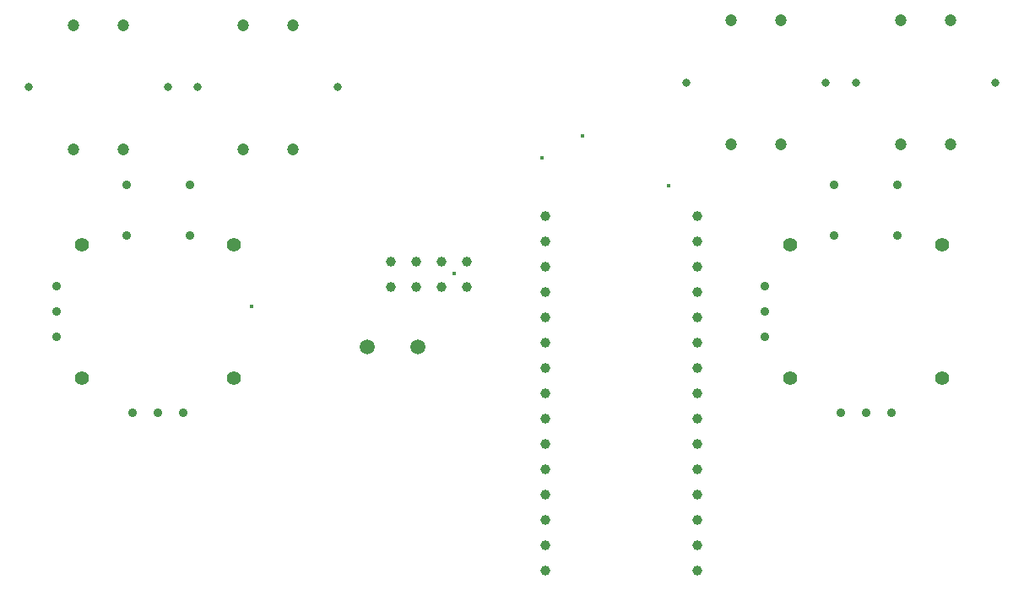
<source format=gbr>
%TF.GenerationSoftware,KiCad,Pcbnew,(6.0.9)*%
%TF.CreationDate,2023-02-05T16:32:43+11:00*%
%TF.ProjectId,RemoteController001,52656d6f-7465-4436-9f6e-74726f6c6c65,rev?*%
%TF.SameCoordinates,Original*%
%TF.FileFunction,Plated,1,2,PTH,Drill*%
%TF.FilePolarity,Positive*%
%FSLAX46Y46*%
G04 Gerber Fmt 4.6, Leading zero omitted, Abs format (unit mm)*
G04 Created by KiCad (PCBNEW (6.0.9)) date 2023-02-05 16:32:43*
%MOMM*%
%LPD*%
G01*
G04 APERTURE LIST*
%TA.AperFunction,ViaDrill*%
%ADD10C,0.400000*%
%TD*%
%TA.AperFunction,ComponentDrill*%
%ADD11C,0.800000*%
%TD*%
%TA.AperFunction,ComponentDrill*%
%ADD12C,0.889000*%
%TD*%
%TA.AperFunction,ComponentDrill*%
%ADD13C,0.900000*%
%TD*%
%TA.AperFunction,ComponentDrill*%
%ADD14C,1.000000*%
%TD*%
%TA.AperFunction,ComponentDrill*%
%ADD15C,1.200000*%
%TD*%
%TA.AperFunction,ComponentDrill*%
%ADD16C,1.397000*%
%TD*%
%TA.AperFunction,ComponentDrill*%
%ADD17C,1.520000*%
%TD*%
G04 APERTURE END LIST*
D10*
X135414379Y-100985620D03*
X155700000Y-97700000D03*
X164500000Y-86100000D03*
X168600000Y-83900000D03*
X177200000Y-88900000D03*
D11*
%TO.C,S4*%
X113000000Y-79000000D03*
X127000000Y-79000000D03*
%TO.C,S3*%
X130000000Y-79000000D03*
X144000000Y-79000000D03*
%TO.C,S2*%
X179000000Y-78500000D03*
X193000000Y-78500000D03*
%TO.C,S1*%
X196000000Y-78500000D03*
X210000000Y-78500000D03*
D12*
%TO.C,U2*%
X115840000Y-98960000D03*
X115840000Y-101500000D03*
X115840000Y-104040000D03*
X123460000Y-111660000D03*
X126000000Y-111660000D03*
X128540000Y-111660000D03*
%TO.C,U1*%
X186840000Y-98960000D03*
X186840000Y-101500000D03*
X186840000Y-104040000D03*
X194460000Y-111660000D03*
X197000000Y-111660000D03*
X199540000Y-111660000D03*
D13*
%TO.C,U2*%
X122825000Y-88800000D03*
X122825000Y-93880000D03*
X129175000Y-88800000D03*
X129175000Y-93880000D03*
%TO.C,U1*%
X193825000Y-88800000D03*
X193825000Y-93880000D03*
X200175000Y-88800000D03*
X200175000Y-93880000D03*
D14*
%TO.C,U4*%
X149375000Y-96460000D03*
X149375000Y-99000000D03*
X151915000Y-96460000D03*
X151915000Y-99000000D03*
X154455000Y-96460000D03*
X154455000Y-99000000D03*
X156995000Y-96460000D03*
X156995000Y-99000000D03*
%TO.C,A1*%
X164890000Y-91950000D03*
X164890000Y-94490000D03*
X164890000Y-97030000D03*
X164890000Y-99570000D03*
X164890000Y-102110000D03*
X164890000Y-104650000D03*
X164890000Y-107190000D03*
X164890000Y-109730000D03*
X164890000Y-112270000D03*
X164890000Y-114810000D03*
X164890000Y-117350000D03*
X164890000Y-119890000D03*
X164890000Y-122430000D03*
X164890000Y-124970000D03*
X164890000Y-127510000D03*
X180130000Y-91950000D03*
X180130000Y-94490000D03*
X180130000Y-97030000D03*
X180130000Y-99570000D03*
X180130000Y-102110000D03*
X180130000Y-104650000D03*
X180130000Y-107190000D03*
X180130000Y-109730000D03*
X180130000Y-112270000D03*
X180130000Y-114810000D03*
X180130000Y-117350000D03*
X180130000Y-119890000D03*
X180130000Y-122430000D03*
X180130000Y-124970000D03*
X180130000Y-127510000D03*
D15*
%TO.C,S4*%
X117500000Y-72750000D03*
X117500000Y-85250000D03*
X122500000Y-72750000D03*
X122500000Y-85250000D03*
%TO.C,S3*%
X134500000Y-72750000D03*
X134500000Y-85250000D03*
X139500000Y-72750000D03*
X139500000Y-85250000D03*
%TO.C,S2*%
X183500000Y-72250000D03*
X183500000Y-84750000D03*
X188500000Y-72250000D03*
X188500000Y-84750000D03*
%TO.C,S1*%
X200500000Y-72250000D03*
X200500000Y-84750000D03*
X205500000Y-72250000D03*
X205500000Y-84750000D03*
D16*
%TO.C,U2*%
X118380000Y-94832500D03*
X118380000Y-108167500D03*
X133620000Y-94832500D03*
X133620000Y-108167500D03*
%TO.C,U1*%
X189380000Y-94832500D03*
X189380000Y-108167500D03*
X204620000Y-94832500D03*
X204620000Y-108167500D03*
D17*
%TO.C,J1*%
X146960000Y-105000000D03*
X152040000Y-105000000D03*
M02*

</source>
